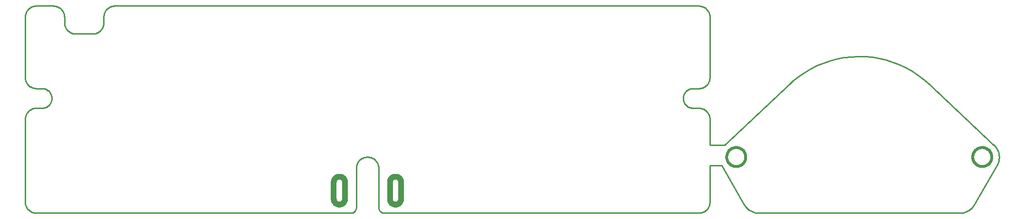
<source format=gbr>
%FSTAX26Y26*%
%MOMM*%
%SFA1B1*%

%IPPOS*%
%ADD46C,0.253999*%
%ADD70C,0.499999*%
%ADD71C,0.999998*%
%LNpcb1_keep-out-1*%
%LPD*%
G54D46*
X-83637983Y-14054988D02*
X-27637994D01*
D01*
X-2756822Y-1405255*
X-27498802Y-1404526*
X-27430069Y-14033144*
X-27362353Y-14016253*
X-27295957Y-13994688*
X-27231238Y-13968526*
X-27168525Y-13937945*
X-27108073Y-13903045*
X-27050212Y-13864005*
X-26995196Y-13821029*
X-26943329Y-13774318*
X-2689484Y-13724128*
X-26849984Y-13670661*
X-26808938Y-13614171*
X-26771955Y-13554989*
X-26739189Y-13493369*
X-26710792Y-13429589*
X-26686941Y-13364006*
X-26667688Y-132969*
X-26653185Y-13228624*
X-26643457Y-13159511*
X-26638605Y-1308989*
X-26637996Y-1305499*
Y-06054979D01*
X-22637978D02*
D01*
X-22642855Y-05915482*
X-2265746Y-05776645*
X-22681692Y-05639155*
X-22715474Y-05503722*
X-22758603Y-05370957*
X-22810901Y-05241518*
X-2287209Y-05116042*
X-22941889Y-04995138*
X-23019943Y-04879416*
X-23105897Y-04769408*
X-23199318Y-04665675*
X-23299724Y-04568698*
X-23406658Y-04478959*
X-23519612Y-04396917*
X-23637976Y-04322927*
X-23761242Y-04257395*
X-23888776Y-04200626*
X-24019941Y-04152874*
X-24154155Y-04114393*
X-2429068Y-04085361*
X-24428932Y-04065955*
X-245682Y-04056202*
X-24707773*
X-24847042Y-04065955*
X-24985294Y-04085361*
X-25121819Y-04114393*
X-25256032Y-04152874*
X-25387198Y-04200626*
X-25514731Y-04257395*
X-25637998Y-04322927*
X-25756362Y-04396917*
X-25869315Y-04478959*
X-25976249Y-04568698*
X-26076656Y-04665675*
X-26170077Y-04769408*
X-2625603Y-04879416*
X-26334085Y-04995138*
X-26403884Y-05116042*
X-26465072Y-05241518*
X-26517371Y-05370957*
X-265605Y-05503722*
X-26594282Y-05639155*
X-26618514Y-05776645*
X-26633119Y-05915482*
X-26637996Y-06054979*
X-22637978D02*
Y-1305499D01*
D01*
X-2263554Y-13124738*
X-2262825Y-13194157*
X-22616134Y-13262889*
X-22599243Y-13330631*
X-22577679Y-13397001*
X-22551542Y-1346172*
X-22520935Y-13524458*
X-22486035Y-1358491*
X-22446996Y-13642771*
X-22404019Y-13697762*
X-22357334Y-13749655*
X-22307118Y-13798143*
X-22253651Y-13843*
X-22197187Y-13884021*
X-22137979Y-13921003*
X-22076359Y-13953769*
X-22012605Y-13982166*
X-21946997Y-14006042*
X-21879915Y-1402527*
X-2181164Y-14039799*
X-21742527Y-14049502*
X-2167288Y-14054378*
X-2163798Y-14054988*
X34361983*
D01*
X34501505Y-14050111*
X34640342Y-14035532*
X34777807Y-14011275*
X34913265Y-13977518*
X35046031Y-13934363*
X35175469Y-1388209*
X3530092Y-13820876*
X35421824Y-13751077*
X35537546Y-13673023*
X35647553Y-13587069*
X35751312Y-13493673*
X35848264Y-13393242*
X35938002Y-13286308*
X3602007Y-13173379*
X36094035Y-1305499*
X36159567Y-12931724*
X36216361Y-1280419*
X36264088Y-12673025*
X36302569Y-12538837*
X36331601Y-12402286*
X36351032Y-12264034*
X3636076Y-12124791*
X36361979Y-12054992*
Y-05588*
X38481*
X38473913Y-05563997D02*
X42515358Y-12563983D01*
D01*
X4262633Y-12741554*
X42749419Y-12910972*
X42884013Y-13071373*
X43029479Y-13221995*
X4318508Y-13362127*
X43350078Y-13491032*
X43523687Y-13608126*
X43705018Y-13712825*
X43893232Y-1380462*
X44087389Y-13883055*
X44286525Y-13947775*
X444897Y-13998422*
X44695922Y-14034795*
X44904177Y-14056664*
X45113448Y-1406398*
X80870526*
D01*
X81079797Y-1405669*
X81288051Y-14034795*
X81494274Y-13998422*
X81697449Y-13947775*
X8189661Y-13883055*
X82090742Y-1380462*
X82278956Y-13712825*
X82460287Y-13608126*
X82633896Y-13491032*
X82798894Y-13362127*
X8295452Y-13221995*
X8309996Y-13071373*
X8323458Y-12910972*
X83357643Y-12741554*
X83468616Y-12563983*
X87510061Y-05563997D01*
D01*
X87608359Y-0537911*
X87693525Y-05187797*
X87765153Y-04991049*
X87822862Y-04789754*
X87866397Y-04584928*
X87895557Y-04377563*
X87910162Y-04168698*
Y-03959301*
X87895557Y-03750411*
X87866397Y-03543046*
X87822862Y-0333822*
X87765153Y-0313695*
X87693525Y-02940177*
X87608359Y-02748889*
X87510061Y-02564003*
X87399088Y-02386406*
X87276025Y-02217013*
X87141431Y-02056612*
X86995965Y-01905965*
X86964901Y-01876399*
X75309501Y09061475D01*
D01*
X7436391Y09888753*
X73362921Y1064801*
X72311387Y11335613*
X71214462Y11948185*
X70077482Y12482753*
X68905983Y12936702*
X67705655Y13307847*
X66482391Y13594334*
X65242084Y1379479*
X63990855Y13908252*
X62734723Y1393416*
X61479861Y13872362*
X60232366Y13723188*
X58998332Y13487349*
X5778373Y13166013*
X56594502Y12760731*
X55436465Y12273483*
X54315207Y11706656*
X53236241Y1106297*
X52204797Y10345597*
X51225932Y0955802*
X50674473Y09061475*
X39019073Y-01876399D01*
X36361979*
Y0269499*
D01*
X36357102Y02834487*
X36342523Y02973324*
X36318291Y03110814*
X36284509Y03246272*
X3624138Y03379038*
X36189081Y03508451*
X36127893Y03633927*
X36058094Y03754831*
X35980014Y03870553*
X35894086Y03980561*
X35800665Y04084294*
X35700258Y04181271*
X35593299Y0427101*
X35480371Y04353052*
X35361981Y04427042*
X3523874Y04492574*
X35111207Y04549343*
X34980016Y04597095*
X34845828Y04635576*
X34709277Y04664608*
X34571051Y04684039*
X34431782Y04693767*
X34361983Y04694986*
X33361985D01*
Y08194979D02*
D01*
X33239913Y08190712*
X33118425Y08177961*
X3299813Y08156752*
X32879614Y08127187*
X3276346Y08089442*
X32650201Y08043697*
X32540422Y07990154*
X32434631Y07929067*
X32333361Y07860766*
X32237121Y07785557*
X32146341Y0770382*
X3206148Y07615961*
X31982968Y07522387*
X31911163Y07423581*
X31846443Y07319975*
X3178909Y07212126*
X31739408Y07100544*
X3169765Y06985762*
X3166397Y06868363*
X3163857Y06748881*
X31621577Y06627901*
X31613043Y06506057*
Y06383909*
X31621577Y06262065*
X3163857Y0614111*
X3166397Y06021628*
X3169765Y05904204*
X31739408Y05789422*
X3178909Y05677839*
X31846443Y05569991*
X31911163Y0546641*
X31982968Y05367578*
X3206148Y05274005*
X32146341Y05186146*
X32237121Y05104409*
X32333361Y050292*
X32434631Y04960899*
X32540422Y04899837*
X32650201Y04846294*
X3276346Y04800523*
X32879614Y04762779*
X3299813Y04733239*
X33118425Y0471203*
X33239913Y04699254*
X33361985Y04694986*
X36361979Y10194975D02*
Y20944992D01*
D01*
X36357102Y21084489*
X36342523Y21223325*
X36318291Y21360815*
X36284509Y21496274*
X3624138Y21629039*
X36189081Y21758452*
X36127893Y21883928*
X36058094Y22004832*
X35980014Y22120555*
X35894086Y22230562*
X35800665Y22334296*
X35700258Y22431273*
X35593299Y22521011*
X35480371Y22603053*
X35361981Y22677043*
X3523874Y22742575*
X35111207Y22799344*
X34980016Y22847096*
X34845828Y22885577*
X34709277Y2291461*
X34571051Y22934041*
X34431782Y22943769*
X34361983Y22944988*
X-69637986D01*
D01*
X-69777508Y22940111*
X-69916344Y22925532*
X-70053809Y22901275*
X-70189267Y22867518*
X-70322033Y22824363*
X-70451472Y2277209*
X-70576922Y22710876*
X-70697826Y22641077*
X-70813549Y22563023*
X-70923556Y22477069*
X-71027315Y22383673*
X-71124267Y22283242*
X-71214005Y22176308*
X-71296072Y22063379*
X-71370037Y2194499*
X-71435569Y21821724*
X-71492364Y2169419*
X-7154009Y21563025*
X-71578571Y21428837*
X-71607603Y21292286*
X-71627034Y21154034*
X-71636763Y21014791*
X-71637982Y20944992*
Y19944994*
X-73637978Y17944998D02*
D01*
X-73498481Y17949849*
X-73359645Y17964454*
X-73222154Y17988686*
X-73086722Y18022468*
X-72953956Y18065597*
X-72824517Y18117896*
X-72699041Y18179084*
X-72578137Y18248884*
X-72462415Y18326963*
X-72352408Y18412891*
X-72248674Y18506313*
X-72151697Y18606719*
X-72061959Y18713653*
X-71979917Y18826607*
X-71905926Y18944996*
X-71840394Y19068237*
X-71783625Y1919577*
X-71735873Y19326961*
X-71697392Y19461149*
X-7166836Y195977*
X-71648955Y19735927*
X-71639201Y19875195*
X-71637982Y19944994*
X-73637978Y17944998D02*
X-76637997D01*
X-78637993Y19944994D02*
D01*
X-78633116Y19805472*
X-78618511Y19666635*
X-7859428Y19529171*
X-78560498Y19393712*
X-78517369Y19260947*
X-7846507Y19131508*
X-78403881Y19006032*
X-78334082Y18885154*
X-78256028Y18769406*
X-78170074Y18659424*
X-78076679Y18555665*
X-77976247Y18458688*
X-77869313Y18368975*
X-77756385Y18286907*
X-77637995Y18212943*
X-77514729Y18147411*
X-77387196Y18090616*
X-7725603Y18042864*
X-77121842Y18004383*
X-76985291Y17975376*
X-76847039Y17955945*
X-76707796Y17946217*
X-76637997Y17944998*
X-78637993Y19944994D02*
Y20944992D01*
D01*
X-7864287Y21084489*
X-7865745Y21223325*
X-78681681Y21360815*
X-78715463Y21496274*
X-78758592Y21629039*
X-78810891Y21758452*
X-7887208Y21883928*
X-78941879Y22004832*
X-79019958Y22120555*
X-79105887Y22230562*
X-79199308Y22334296*
X-79299714Y22431273*
X-79406673Y22521011*
X-79519602Y22603053*
X-79637991Y22677043*
X-79761232Y22742575*
X-79888765Y22799344*
X-80019956Y22847096*
X-80154145Y22885577*
X-80290695Y2291461*
X-80428922Y22934041*
X-8056819Y22943769*
X-80637989Y22944988*
X-83637983*
D01*
X-83777505Y22940111*
X-83916342Y22925532*
X-84053807Y22901275*
X-84189265Y22867518*
X-84322031Y22824363*
X-84451469Y2277209*
X-8457692Y22710876*
X-84697824Y22641077*
X-84813546Y22563023*
X-84923553Y22477069*
X-85027312Y22383673*
X-85124264Y22283242*
X-85214002Y22176308*
X-8529607Y22063379*
X-85370035Y2194499*
X-85435567Y21821724*
X-85492361Y2169419*
X-85540088Y21563025*
X-85578569Y21428837*
X-85607601Y21292286*
X-85627032Y21154034*
X-8563676Y21014791*
X-85637979Y20944992*
Y10194975*
D01*
X-85633102Y10055479*
X-85618523Y09916642*
X-85594291Y09779152*
X-85560509Y09643719*
X-8551738Y09510953*
X-85465081Y09381515*
X-85403893Y09256039*
X-85334094Y0913516*
X-85256014Y09019413*
X-85170086Y08909405*
X-85076665Y08805672*
X-84976258Y08708694*
X-84869299Y08618956*
X-84756371Y08536914*
X-84637981Y08462924*
X-8451474Y08397392*
X-84387207Y08340623*
X-84256016Y08292871*
X-84121828Y0825439*
X-83985277Y08225383*
X-83847051Y08205952*
X-83707782Y08196199*
X-83637983Y08194979*
X-82637985*
Y04694986D02*
D01*
X-82515913Y04699254*
X-82394425Y0471203*
X-8227413Y04733239*
X-82155614Y04762779*
X-8203946Y04800523*
X-81926201Y04846294*
X-81816422Y04899837*
X-81710631Y04960899*
X-81609361Y050292*
X-81513121Y05104409*
X-81422341Y05186146*
X-8133748Y05274005*
X-81258968Y05367578*
X-81187163Y0546641*
X-81122443Y05569991*
X-8106509Y05677839*
X-81015408Y05789422*
X-8097365Y05904204*
X-8093997Y06021628*
X-8091457Y0614111*
X-80897577Y06262065*
X-80889043Y06383909*
Y06506057*
X-80897577Y06627901*
X-8091457Y06748881*
X-8093997Y06868363*
X-8097365Y06985762*
X-81015408Y07100544*
X-8106509Y07212126*
X-81122443Y07319975*
X-81187163Y07423581*
X-81258968Y07522387*
X-8133748Y07615961*
X-81422341Y0770382*
X-81513121Y07785557*
X-81609361Y07860766*
X-81710631Y07929067*
X-81816422Y07990154*
X-81926201Y08043697*
X-8203946Y08089442*
X-82155614Y08127187*
X-8227413Y08156752*
X-82394425Y08177961*
X-82515913Y08190712*
X-82637985Y08194979*
Y04694986D02*
X-83637983D01*
D01*
X-83777505Y0469011*
X-83916342Y0467553*
X-84053807Y04651273*
X-84189265Y04617516*
X-84322031Y04574362*
X-84451469Y04522089*
X-8457692Y04460875*
X-84697824Y04391075*
X-84813546Y04313021*
X-84923553Y04227068*
X-85027312Y04133672*
X-85124264Y0403324*
X-85214002Y03926306*
X-8529607Y03813378*
X-85370035Y03694988*
X-85435567Y03571722*
X-85492361Y03444189*
X-85540088Y03313023*
X-85578569Y03178835*
X-85607601Y03042285*
X-85627032Y02904032*
X-8563676Y0276479*
X-85637979Y0269499*
Y-12054992D01*
D01*
X-85633102Y-12194489*
X-85618523Y-12333325*
X-85594291Y-12470815*
X-85560509Y-12606274*
X-8551738Y-12739039*
X-85465081Y-12868452*
X-85403893Y-12993928*
X-85334094Y-13114832*
X-85256014Y-13230555*
X-85170086Y-13340562*
X-85076665Y-13444296*
X-84976258Y-13541273*
X-84869299Y-13631011*
X-84756371Y-13713053*
X-84637981Y-13787043*
X-8451474Y-13852575*
X-84387207Y-13909344*
X-84256016Y-13957096*
X-84121828Y-13995577*
X-83985277Y-1402461*
X-83847051Y-14044041*
X-83707782Y-14053769*
X-83637983Y-14054988*
X33361985Y08194979D02*
X34361983D01*
D01*
X34501505Y08199856*
X34640342Y08214461*
X34777807Y08238693*
X34913265Y08272475*
X35046031Y08315604*
X35175469Y08367902*
X3530092Y08429091*
X35421824Y0849889*
X35537546Y08576945*
X35647553Y08662898*
X35751312Y08756319*
X35848264Y08856726*
X35938002Y0896366*
X3602007Y09076613*
X36094035Y09194977*
X36159567Y09318244*
X36216361Y09445777*
X36264088Y09576943*
X36302569Y09711131*
X36331601Y09847681*
X36351032Y09985933*
X3636076Y10125176*
X36361979Y10194975*
G54D70*
X42771999Y-04064D02*
D01*
X42767834Y-03945407*
X42755439Y-03827399*
X42734839Y-03710533*
X42706137Y-03595395*
X4266946Y-03482543*
X4262501Y-03372535*
X4257299Y-03265881*
X42513656Y-03163112*
X42447311Y-03064764*
X42374261Y-02971241*
X4229486Y-02883077*
X42209516Y-02800629*
X4211861Y-02724378*
X42022623Y-0265463*
X41921988Y-02591739*
X41817213Y-02536037*
X41708806Y-02487777*
X41597326Y-02447188*
X41483254Y-02414473*
X41367176Y-02389809*
X41249676Y-02373299*
X41131312Y-02365019*
X41012668*
X40894279Y-02373299*
X40776779Y-02389809*
X40660726Y-02414473*
X40546655Y-02447188*
X40435149Y-02487777*
X40326767Y-02536037*
X40221992Y-02591739*
X40121357Y-0265463*
X4002537Y-02724378*
X39934464Y-02800629*
X3984912Y-02883077*
X39769719Y-02971241*
X39696669Y-03064764*
X39630299Y-03163112*
X39570964Y-03265881*
X39518971Y-03372535*
X39474521Y-03482543*
X39437843Y-03595395*
X39409141Y-03710533*
X39388542Y-03827399*
X39376121Y-03945407*
X39371981Y-04064*
X39376121Y-04182567*
X39388542Y-04300575*
X39409141Y-04417441*
X39437843Y-04532579*
X39474521Y-04645431*
X39518971Y-04755438*
X39570964Y-04862093*
X39630299Y-04964861*
X39696669Y-0506321*
X39769719Y-05156733*
X3984912Y-05244896*
X39934464Y-05327345*
X4002537Y-05403596*
X40121357Y-05473344*
X40221992Y-05536234*
X40326767Y-05591937*
X40435149Y-05640197*
X40546655Y-05680786*
X40660726Y-05713501*
X40776779Y-05738164*
X40894279Y-05754674*
X41012668Y-05762955*
X41131312*
X41249676Y-05754674*
X41367176Y-05738164*
X41483254Y-05713501*
X41597326Y-05680786*
X41708806Y-05640197*
X41817213Y-05591937*
X41921988Y-05536234*
X42022623Y-05473344*
X4211861Y-05403596*
X42209516Y-05327345*
X4229486Y-05244896*
X42374261Y-05156733*
X42447311Y-0506321*
X42513656Y-04964861*
X4257299Y-04862093*
X4262501Y-04755438*
X4266946Y-04645431*
X42706137Y-04532579*
X42734839Y-04417441*
X42755439Y-04300575*
X42767834Y-04182567*
X42771999Y-04064*
X86611993D02*
D01*
X86607853Y-03945407*
X86595432Y-03827399*
X86574833Y-03710533*
X86546131Y-03595395*
X86509453Y-03482543*
X86465003Y-03372535*
X86413009Y-03265881*
X86353675Y-03163112*
X86287305Y-03064764*
X86214254Y-02971241*
X86134854Y-02883077*
X8604951Y-02800629*
X85958603Y-02724378*
X85862617Y-0265463*
X85761982Y-02591739*
X85657207Y-02536037*
X85548825Y-02487777*
X85437319Y-02447188*
X85323248Y-02414473*
X85207195Y-02389809*
X85089695Y-02373299*
X84971305Y-02365019*
X84852662*
X84734298Y-02373299*
X84616798Y-02389809*
X8450072Y-02414473*
X84386648Y-02447188*
X84275168Y-02487777*
X8416676Y-02536037*
X84061985Y-02591739*
X83961351Y-0265463*
X83865364Y-02724378*
X83774457Y-02800629*
X83689113Y-02883077*
X83609713Y-02971241*
X83536663Y-03064764*
X83470318Y-03163112*
X83410983Y-03265881*
X83358964Y-03372535*
X83314514Y-03482543*
X83277837Y-03595395*
X83249135Y-03710533*
X83228535Y-03827399*
X8321614Y-03945407*
X83211974Y-04064*
X8321614Y-04182567*
X83228535Y-04300575*
X83249135Y-04417441*
X83277837Y-04532579*
X83314514Y-04645431*
X83358964Y-04755438*
X83410983Y-04862093*
X83470318Y-04964861*
X83536663Y-0506321*
X83609713Y-05156733*
X83689113Y-05244896*
X83774457Y-05327345*
X83865364Y-05403596*
X83961351Y-05473344*
X84061985Y-05536234*
X8416676Y-05591937*
X84275168Y-05640197*
X84386648Y-05680786*
X8450072Y-05713501*
X84616798Y-05738164*
X84734298Y-05754674*
X84852662Y-05762955*
X84971305*
X85089695Y-05754674*
X85207195Y-05738164*
X85323248Y-05713501*
X85437319Y-05680786*
X85548825Y-05640197*
X85657207Y-05591937*
X85761982Y-05536234*
X85862617Y-05473344*
X85958603Y-05403596*
X8604951Y-05327345*
X86134854Y-05244896*
X86214254Y-05156733*
X86287305Y-0506321*
X86353675Y-04964861*
X86413009Y-04862093*
X86465003Y-04755438*
X86509453Y-04645431*
X86546131Y-04532579*
X86574833Y-04417441*
X86595432Y-04300575*
X86607853Y-04182567*
X86611993Y-04064*
G54D71*
X-30637988Y-11554993D02*
D01*
X-30635549Y-11624741*
X-30628259Y-1169416*
X-30616144Y-11762892*
X-30599253Y-11830634*
X-30577688Y-11897004*
X-30551526Y-11961723*
X-30520944Y-12024461*
X-30486045Y-12084913*
X-30447005Y-12142774*
X-30404028Y-12197765*
X-30357318Y-12249658*
X-30307127Y-12298121*
X-3025366Y-12343003*
X-30197171Y-12384024*
X-30137989Y-12421006*
X-30076368Y-12453772*
X-30012589Y-12482169*
X-29947006Y-12506045*
X-29879899Y-12525273*
X-29811624Y-12539802*
X-29742511Y-12549505*
X-29672889Y-12554381*
X-2960309*
X-29533469Y-12549505*
X-2946433Y-12539802*
X-29396055Y-12525273*
X-29328973Y-12506045*
X-2926339Y-12482169*
X-29199611Y-12453772*
X-29137991Y-12421006*
X-29078783Y-12384024*
X-29022319Y-12343003*
X-28968852Y-12298121*
X-28918636Y-12249658*
X-28871951Y-12197765*
X-28828974Y-12142774*
X-28789934Y-12084913*
X-28755035Y-12024461*
X-28724453Y-11961723*
X-28698291Y-11897004*
X-28676727Y-11830634*
X-28659836Y-11762892*
X-2864772Y-1169416*
X-2864043Y-11624741*
X-28637992Y-11554993*
Y-08554999D01*
D01*
X-2864043Y-08485225*
X-2864772Y-08415807*
X-28659836Y-08347074*
X-28676727Y-08279358*
X-28698291Y-08212963*
X-28724453Y-08148243*
X-28755035Y-08085505*
X-28789934Y-08025079*
X-28828974Y-07967192*
X-28871951Y-07912201*
X-28918636Y-07860334*
X-28968852Y-07811846*
X-29022319Y-07766964*
X-29078783Y-07725943*
X-29137991Y-07688961*
X-29199611Y-07656195*
X-2926339Y-07627797*
X-29328973Y-07603921*
X-29396055Y-07584694*
X-2946433Y-0757019*
X-29533469Y-07560462*
X-2960309Y-07555585*
X-29672889*
X-29742511Y-07560462*
X-29811624Y-0757019*
X-29879899Y-07584694*
X-29947006Y-07603921*
X-30012589Y-07627797*
X-30076368Y-07656195*
X-30137989Y-07688961*
X-30197171Y-07725943*
X-3025366Y-07766964*
X-30307127Y-07811846*
X-30357318Y-07860334*
X-30404028Y-07912201*
X-30447005Y-07967192*
X-30486045Y-08025079*
X-30520944Y-08085505*
X-30551526Y-08148243*
X-30577688Y-08212963*
X-30599253Y-08279358*
X-30616144Y-08347074*
X-30628259Y-08415807*
X-30635549Y-08485225*
X-30637988Y-08554999*
Y-11554993D01*
X-20637982D02*
Y-08554999D01*
X-18637986D02*
D01*
X-18640425Y-08485225*
X-18647714Y-08415807*
X-1865983Y-08347074*
X-18676721Y-08279358*
X-18698286Y-08212963*
X-18724448Y-08148243*
X-18755029Y-08085505*
X-18789929Y-08025079*
X-18828969Y-07967192*
X-18871946Y-07912201*
X-18918656Y-07860334*
X-18968847Y-07811846*
X-19022314Y-07766964*
X-19078803Y-07725943*
X-19137985Y-07688961*
X-19199606Y-07656195*
X-19263385Y-07627797*
X-19328968Y-07603921*
X-19396075Y-07584694*
X-1946435Y-0757019*
X-19533463Y-07560462*
X-19603085Y-07555585*
X-19672884*
X-19742505Y-07560462*
X-19811644Y-0757019*
X-19879919Y-07584694*
X-19947001Y-07603921*
X-20012583Y-07627797*
X-20076363Y-07656195*
X-20137983Y-07688961*
X-20197191Y-07725943*
X-20253655Y-07766964*
X-20307122Y-07811846*
X-20357338Y-07860334*
X-20404023Y-07912201*
X-20447Y-07967192*
X-20486039Y-08025079*
X-20520939Y-08085505*
X-20551521Y-08148243*
X-20577683Y-08212963*
X-20599247Y-08279358*
X-20616138Y-08347074*
X-20628254Y-08415807*
X-20635544Y-08485225*
X-20637982Y-08554999*
X-18637986D02*
Y-11554993D01*
X-20637982D02*
D01*
X-20635544Y-11624741*
X-20628254Y-1169416*
X-20616138Y-11762892*
X-20599247Y-11830634*
X-20577683Y-11897004*
X-20551521Y-11961723*
X-20520939Y-12024461*
X-20486039Y-12084913*
X-20447Y-12142774*
X-20404023Y-12197765*
X-20357338Y-12249658*
X-20307122Y-12298121*
X-20253655Y-12343003*
X-20197191Y-12384024*
X-20137983Y-12421006*
X-20076363Y-12453772*
X-20012583Y-12482169*
X-19947001Y-12506045*
X-19879919Y-12525273*
X-19811644Y-12539802*
X-19742505Y-12549505*
X-19672884Y-12554381*
X-19603085*
X-19533463Y-12549505*
X-1946435Y-12539802*
X-19396075Y-12525273*
X-19328968Y-12506045*
X-19263385Y-12482169*
X-19199606Y-12453772*
X-19137985Y-12421006*
X-19078803Y-12384024*
X-19022314Y-12343003*
X-18968847Y-12298121*
X-18918656Y-12249658*
X-18871946Y-12197765*
X-18828969Y-12142774*
X-18789929Y-12084913*
X-18755029Y-12024461*
X-18724448Y-11961723*
X-18698286Y-11897004*
X-18676721Y-11830634*
X-1865983Y-11762892*
X-18647714Y-1169416*
X-18640425Y-11624741*
X-18637986Y-11554993*
M02*
</source>
